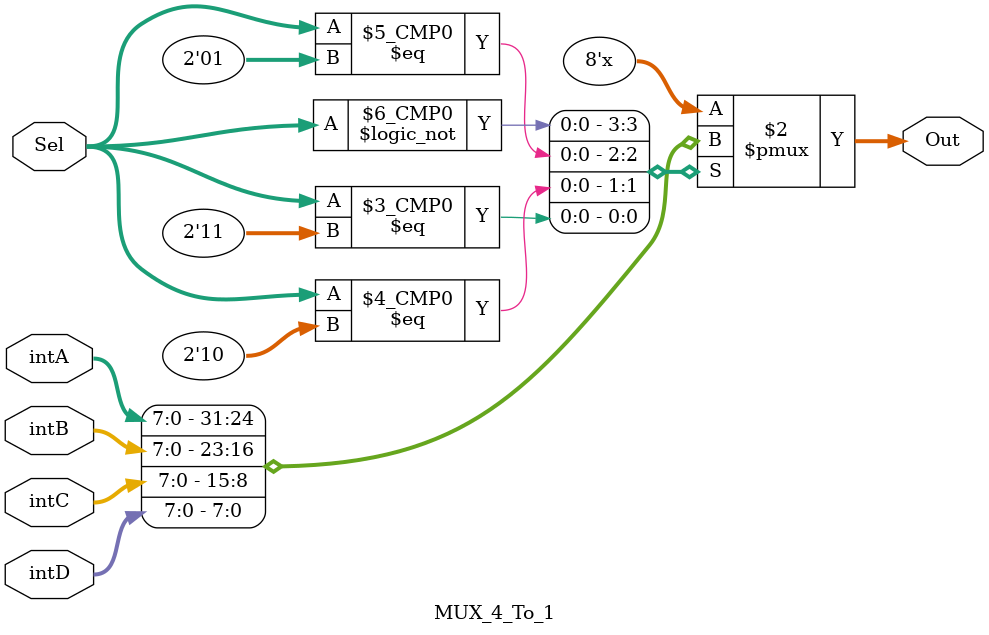
<source format=v>
module MUX_4_To_1(intA,intB,intC,intD,Sel,Out);
 parameter b = 8;
 input [b-1:0]intA,intB,intC,intD;
 input [1:0]Sel;
 output reg[b-1:0]Out;



always @(Sel,intA,intB,intC,intB)
begin 
case(Sel)
2'b00:Out = intA;
2'b01:Out = intB;
2'b10:Out = intC;
2'b11:Out = intD;
endcase 

end 
endmodule

/*
 parameter n = 2, b= 8;
 input [b-1:0]intA[(2**n)-1:0];
 input [n-1:0]Sel;
 output reg[b-1:0]Out;
 */
</source>
